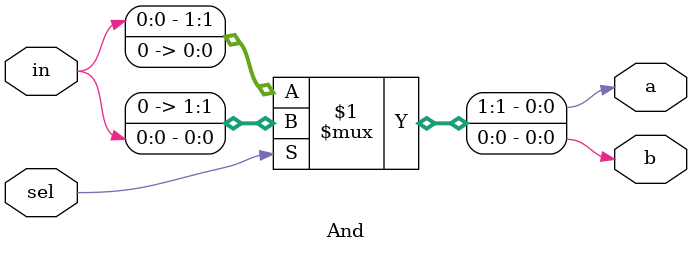
<source format=sv>
module And(
  input in, sel,
  output a, b);
  assign {a, b} = sel ? {1'b0, in} : {in, 1'b0};
endmodule
</source>
